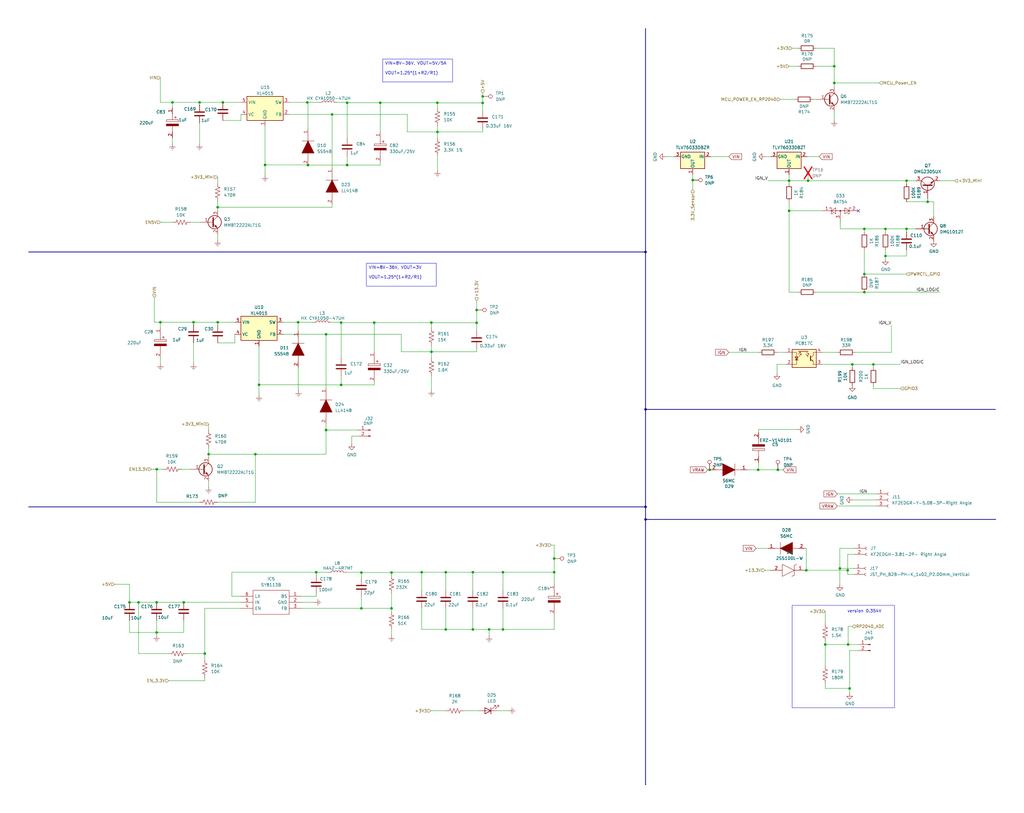
<source format=kicad_sch>
(kicad_sch (version 20231120) (generator "eeschema") (generator_version "8.0")
  (paper "User" 431.8 342.9)
  (junction (at 77.47 254))
  (junction (at 87.9567 191.5238))
  (junction (at 109.22 162.2591))
  (junction (at 66.04 266.7))
  (junction (at 382.27 96.52))
  (junction (at 272.2111 219.027))
  (junction (at 81.6019 135.89))
  (junction (at 299.2142 198.12))
  (junction (at 133.35 241.3))
  (junction (at 272.2111 172.6156))
  (junction (at 66.04 254))
  (junction (at 200.9867 136.109))
  (junction (at 212.09 265.43))
  (junction (at 84.1419 43.18))
  (junction (at 160.3467 43.3232))
  (junction (at 181.9367 148.3438))
  (junction (at 129.5952 43.18))
  (junction (at 272.2111 106.2507))
  (junction (at 91.7921 135.89))
  (junction (at 351.79 34.9836))
  (junction (at 332.74 76.2))
  (junction (at 137.4867 181.3307))
  (junction (at 357.6299 271.78))
  (junction (at 364.49 96.52))
  (junction (at 373.38 96.52))
  (junction (at 72.7125 43.18))
  (junction (at 184.4767 55.6338))
  (junction (at 212.09 241.3))
  (junction (at 373.38 107.95))
  (junction (at 347.98 271.78))
  (junction (at 292.1 75.9559))
  (junction (at 351.79 27.94))
  (junction (at 203.5267 40.6677))
  (junction (at 137.4867 140.97))
  (junction (at 354.1571 239.698))
  (junction (at 111.76 69.5491))
  (junction (at 107.7044 191.5238))
  (junction (at 165.1 241.4213))
  (junction (at 364.49 115.57))
  (junction (at 152.4 241.4213))
  (junction (at 357.4474 240.4977))
  (junction (at 391.16 85.09))
  (junction (at 129.8667 69.6038))
  (junction (at 340.0248 240.4977))
  (junction (at 206.248 265.43))
  (junction (at 177.8 241.3))
  (junction (at 200.9867 130.7165))
  (junction (at 340.7506 76.2))
  (junction (at 233.68 241.3))
  (junction (at 364.49 123.19))
  (junction (at 358.2651 290.3061))
  (junction (at 143.8367 162.3138))
  (junction (at 187.96 265.43))
  (junction (at 66.0848 197.8738))
  (junction (at 91.7667 87.3838))
  (junction (at 152.4 256.54))
  (junction (at 146.3767 43.3232))
  (junction (at 140.0267 48.26))
  (junction (at 199.39 241.3))
  (junction (at 67.6367 135.89))
  (junction (at 54.61 254))
  (junction (at 328.0106 198.12))
  (junction (at 157.8067 136.0332))
  (junction (at 181.8942 136.0332))
  (junction (at 143.8367 136.0332))
  (junction (at 382.27 76.2))
  (junction (at 93.98 43.18))
  (junction (at 86.36 275.59))
  (junction (at 368.3 153.67))
  (junction (at 58.42 254))
  (junction (at 272.2111 213.7291))
  (junction (at 359.41 153.67))
  (junction (at 125.6954 135.89))
  (junction (at 203.5267 43.399))
  (junction (at 332.74 88.9))
  (junction (at 165.1 256.54))
  (junction (at 187.96 241.3))
  (junction (at 146.3767 69.6038))
  (junction (at 184.4342 43.3232))
  (junction (at 233.68 235.5096))
  (junction (at 199.39 265.43))
  (junction (at 319.7028 198.12))
  (no_connect (at 361.95 88.9))
  (wire (pts (xy 81.6019 135.89) (xy 91.7921 135.89)))
  (wire (pts (xy 86.36 275.59) (xy 86.36 278.13)))
  (wire (pts (xy 140.0267 87.3838) (xy 140.0267 86.1138)))
  (wire (pts (xy 91.7667 88.6167) (xy 91.7825 88.6167)))
  (wire (pts (xy 177.8 241.3) (xy 165.1 241.3)))
  (wire (pts (xy 129.8667 54.3638) (xy 129.8667 43.18)))
  (wire (pts (xy 375.92 148.59) (xy 360.68 148.59)))
  (wire (pts (xy 181.61 299.72) (xy 187.96 299.72)))
  (wire (pts (xy 137.4867 178.8238) (xy 137.4867 181.3307)))
  (wire (pts (xy 97.79 251.46) (xy 97.79 241.3)))
  (wire (pts (xy 143.8367 158.5038) (xy 143.8367 162.3138)))
  (wire (pts (xy 344.17 20.32) (xy 351.79 20.32)))
  (wire (pts (xy 133.35 241.3) (xy 133.35 242.57)))
  (wire (pts (xy 58.42 254) (xy 66.04 254)))
  (wire (pts (xy 332.74 76.2) (xy 340.7506 76.2)))
  (wire (pts (xy 111.76 69.5491) (xy 111.76 73.1676)))
  (wire (pts (xy 169.2367 148.3438) (xy 181.9367 148.3438)))
  (wire (pts (xy 203.5267 40.6677) (xy 203.5267 43.399)))
  (wire (pts (xy 368.3 154.94) (xy 368.3 153.67)))
  (wire (pts (xy 344.17 123.19) (xy 364.49 123.19)))
  (wire (pts (xy 319.868 195.0702) (xy 319.868 197.9548)))
  (wire (pts (xy 203.5267 43.399) (xy 203.5267 46.7438)))
  (wire (pts (xy 157.8067 162.3138) (xy 143.8367 162.3138)))
  (wire (pts (xy 165.1 241.3) (xy 165.1 241.4213)))
  (bus (pts (xy 272.2111 172.6156) (xy 419.7618 172.6156)))
  (wire (pts (xy 81.6019 137.16) (xy 81.6067 137.16)))
  (wire (pts (xy 357.4474 240.4977) (xy 357.4474 242.238)))
  (wire (pts (xy 54.61 266.7) (xy 66.04 266.7)))
  (wire (pts (xy 280.67 66.04) (xy 284.48 66.04)))
  (wire (pts (xy 80.3367 93.6967) (xy 80.3367 93.7338)))
  (wire (pts (xy 109.22 162.2591) (xy 109.22 165.8776)))
  (wire (pts (xy 91.7667 101.3538) (xy 91.7667 98.7767)))
  (wire (pts (xy 299.2142 198.12) (xy 299.72 198.12)))
  (wire (pts (xy 357.6299 264.16) (xy 357.6299 271.78)))
  (wire (pts (xy 137.4867 181.3307) (xy 151.13 181.3307)))
  (wire (pts (xy 111.76 53.34) (xy 111.76 69.5491)))
  (wire (pts (xy 199.39 256.54) (xy 199.39 265.43)))
  (wire (pts (xy 199.39 265.43) (xy 206.248 265.43)))
  (wire (pts (xy 351.79 20.32) (xy 351.79 27.94)))
  (wire (pts (xy 87.9542 191.5238) (xy 87.9542 192.835)))
  (wire (pts (xy 322.4983 240.462) (xy 322.4983 240.4977)))
  (wire (pts (xy 75.2542 197.915) (xy 75.2542 197.8738)))
  (wire (pts (xy 360.0575 242.238) (xy 357.4474 242.238)))
  (wire (pts (xy 195.58 299.72) (xy 201.93 299.72)))
  (wire (pts (xy 66.04 267.97) (xy 66.04 266.7)))
  (wire (pts (xy 346.71 148.59) (xy 353.06 148.59)))
  (wire (pts (xy 143.51 136.0332) (xy 143.8367 136.0332)))
  (wire (pts (xy 382.27 96.52) (xy 373.38 96.52)))
  (wire (pts (xy 143.8367 136.0332) (xy 157.8067 136.0332)))
  (wire (pts (xy 160.3467 55.6338) (xy 160.3467 43.3232)))
  (wire (pts (xy 91.7667 98.7767) (xy 91.7825 98.7767)))
  (wire (pts (xy 206.248 265.43) (xy 206.248 268.224)))
  (wire (pts (xy 84.1419 43.18) (xy 93.98 43.18)))
  (wire (pts (xy 199.39 241.3) (xy 187.96 241.3)))
  (wire (pts (xy 332.74 85.09) (xy 332.74 88.9)))
  (wire (pts (xy 165.1 257.81) (xy 165.1 256.54)))
  (wire (pts (xy 233.68 259.08) (xy 233.68 265.43)))
  (wire (pts (xy 132.0501 135.89) (xy 132.0501 135.8854)))
  (wire (pts (xy 121.92 43.18) (xy 129.5952 43.18)))
  (bus (pts (xy 12.0996 213.7291) (xy 272.2111 213.7291)))
  (wire (pts (xy 87.9567 178.8238) (xy 87.9567 181.3638)))
  (wire (pts (xy 66.04 254) (xy 77.47 254)))
  (wire (pts (xy 157.8067 161.0438) (xy 157.8067 162.3138)))
  (wire (pts (xy 209.55 299.72) (xy 214.63 299.72)))
  (wire (pts (xy 67.6367 138.1838) (xy 67.6367 135.89)))
  (wire (pts (xy 364.49 105.41) (xy 364.49 115.57)))
  (wire (pts (xy 87.9567 191.5238) (xy 107.7044 191.5238)))
  (wire (pts (xy 330.2 198.12) (xy 328.0106 198.12)))
  (wire (pts (xy 140.0267 48.26) (xy 140.0267 70.8738)))
  (wire (pts (xy 67.6367 135.89) (xy 81.6019 135.89)))
  (bus (pts (xy 12.0738 106.2507) (xy 272.2111 106.2507)))
  (wire (pts (xy 137.4867 181.3307) (xy 137.4867 191.5238)))
  (wire (pts (xy 54.61 261.62) (xy 54.61 266.7)))
  (wire (pts (xy 347.98 257.81) (xy 347.98 262.89)))
  (wire (pts (xy 332.74 76.2) (xy 332.74 77.47)))
  (wire (pts (xy 91.7667 74.6838) (xy 91.7667 77.2238)))
  (wire (pts (xy 101.6 251.46) (xy 97.79 251.46)))
  (wire (pts (xy 109.22 146.05) (xy 109.22 162.2591)))
  (wire (pts (xy 101.6 256.54) (xy 86.36 256.54)))
  (wire (pts (xy 133.35 241.3) (xy 138.43 241.3)))
  (wire (pts (xy 67.6367 93.7338) (xy 72.7167 93.7338)))
  (wire (pts (xy 382.27 105.41) (xy 382.27 107.95)))
  (wire (pts (xy 181.9367 148.3438) (xy 181.9367 150.8838)))
  (wire (pts (xy 137.4867 140.97) (xy 169.2367 140.97)))
  (wire (pts (xy 177.8 241.3) (xy 177.8 248.92)))
  (wire (pts (xy 187.96 241.3) (xy 177.8 241.3)))
  (wire (pts (xy 382.27 85.09) (xy 391.16 85.09)))
  (wire (pts (xy 331.47 153.67) (xy 327.66 153.67)))
  (bus (pts (xy 272.2111 219.027) (xy 419.7618 219.027)))
  (wire (pts (xy 347.98 290.3061) (xy 358.2651 290.3061)))
  (wire (pts (xy 157.8067 148.3438) (xy 157.8067 136.0332)))
  (wire (pts (xy 332.74 73.66) (xy 332.74 76.2)))
  (wire (pts (xy 332.74 27.94) (xy 336.55 27.94)))
  (wire (pts (xy 292.1 75.9559) (xy 292.1 73.66)))
  (wire (pts (xy 368.3 153.67) (xy 379.73 153.67)))
  (wire (pts (xy 65.0967 125.4838) (xy 65.0967 135.89)))
  (wire (pts (xy 212.09 256.54) (xy 212.09 265.43)))
  (wire (pts (xy 86.36 287.02) (xy 86.36 285.75)))
  (wire (pts (xy 171.7767 55.6338) (xy 184.4767 55.6338)))
  (wire (pts (xy 212.09 241.3) (xy 212.09 248.92)))
  (wire (pts (xy 78.74 275.59) (xy 86.36 275.59)))
  (wire (pts (xy 368.3 163.83) (xy 368.3 162.56)))
  (wire (pts (xy 165.1 250.19) (xy 165.1 256.54)))
  (wire (pts (xy 351.79 34.9836) (xy 351.79 36.83)))
  (wire (pts (xy 129.8667 69.5491) (xy 129.8667 69.6038)))
  (wire (pts (xy 307.34 148.59) (xy 320.04 148.59)))
  (wire (pts (xy 146.05 43.3232) (xy 146.3767 43.3232)))
  (wire (pts (xy 67.6367 150.8838) (xy 67.6367 153.4238)))
  (wire (pts (xy 354.1571 231.2377) (xy 354.1571 239.698)))
  (wire (pts (xy 93.98 50.8) (xy 101.6 50.8)))
  (wire (pts (xy 148.336 183.896) (xy 148.336 187.198)))
  (wire (pts (xy 319.868 197.9548) (xy 319.7028 198.12)))
  (wire (pts (xy 373.38 107.95) (xy 373.38 109.22)))
  (wire (pts (xy 151.13 183.896) (xy 148.336 183.896)))
  (wire (pts (xy 184.4767 55.6338) (xy 184.4767 58.1738)))
  (wire (pts (xy 200.9867 136.109) (xy 200.9867 139.4538)))
  (wire (pts (xy 327.66 148.59) (xy 331.47 148.59)))
  (wire (pts (xy 184.4342 43.3232) (xy 184.4767 43.3232)))
  (wire (pts (xy 87.9542 205.4938) (xy 87.9567 205.4938)))
  (wire (pts (xy 212.09 241.3) (xy 199.39 241.3)))
  (wire (pts (xy 72.7125 58.1395) (xy 72.7125 60.7138)))
  (wire (pts (xy 357.4474 233.7777) (xy 357.4474 240.4977)))
  (wire (pts (xy 319.7028 198.12) (xy 328.0106 198.12)))
  (wire (pts (xy 299.72 66.04) (xy 307.34 66.04)))
  (bus (pts (xy 272.2111 106.2507) (xy 272.2111 172.6156)))
  (wire (pts (xy 184.4767 53.0938) (xy 184.4767 55.6338)))
  (wire (pts (xy 81.6067 137.16) (xy 81.6067 136.9138)))
  (wire (pts (xy 332.74 88.9) (xy 332.74 123.19)))
  (wire (pts (xy 181.9367 148.3438) (xy 200.9867 148.3438)))
  (wire (pts (xy 298.45 198.12) (xy 299.2142 198.12)))
  (wire (pts (xy 87.9567 188.9838) (xy 87.9567 191.5238)))
  (wire (pts (xy 146.3767 65.7938) (xy 146.3767 69.6038)))
  (wire (pts (xy 129.8667 43.18) (xy 129.5952 43.18)))
  (wire (pts (xy 63.8267 197.8738) (xy 66.0848 197.8738)))
  (wire (pts (xy 109.22 162.2591) (xy 127.3267 162.2591)))
  (wire (pts (xy 233.68 229.87) (xy 233.68 235.5096)))
  (wire (pts (xy 360.0575 239.698) (xy 354.1571 239.698)))
  (wire (pts (xy 146.3767 43.3232) (xy 160.3467 43.3232)))
  (wire (pts (xy 54.61 254) (xy 58.42 254)))
  (wire (pts (xy 340.0248 231.2472) (xy 340.0248 240.4977)))
  (wire (pts (xy 65.0967 135.89) (xy 67.6367 135.89)))
  (wire (pts (xy 358.2651 290.3061) (xy 358.2651 292.3085)))
  (wire (pts (xy 396.24 76.2) (xy 402.59 76.2)))
  (wire (pts (xy 351.79 27.94) (xy 344.17 27.94)))
  (wire (pts (xy 354.1571 239.698) (xy 354.1571 246.5382)))
  (wire (pts (xy 101.6 50.8) (xy 101.6 48.26)))
  (wire (pts (xy 373.38 107.95) (xy 382.27 107.95)))
  (wire (pts (xy 77.47 254) (xy 101.6 254)))
  (wire (pts (xy 181.9367 138.1838) (xy 181.9367 136.0332)))
  (wire (pts (xy 152.4 241.3) (xy 152.4 241.4213)))
  (wire (pts (xy 334.01 20.32) (xy 336.55 20.32)))
  (wire (pts (xy 48.26 246.38) (xy 54.61 246.38)))
  (wire (pts (xy 181.9367 145.8038) (xy 181.9367 148.3438)))
  (wire (pts (xy 396.24 123.19) (xy 364.49 123.19)))
  (wire (pts (xy 111.76 69.5491) (xy 129.8667 69.5491)))
  (wire (pts (xy 160.3467 43.3232) (xy 184.4342 43.3232)))
  (wire (pts (xy 125.73 154.94) (xy 125.73 164.7013)))
  (wire (pts (xy 233.68 246.38) (xy 233.68 241.3)))
  (wire (pts (xy 199.39 241.3) (xy 199.39 248.92)))
  (wire (pts (xy 373.38 96.52) (xy 373.38 97.79)))
  (wire (pts (xy 200.9867 126.7538) (xy 200.9867 130.7165)))
  (wire (pts (xy 332.74 88.9) (xy 346.71 88.9)))
  (wire (pts (xy 200.9867 136.109) (xy 181.8942 136.109)))
  (wire (pts (xy 375.92 137.16) (xy 375.92 148.59)))
  (wire (pts (xy 84.1419 44.45) (xy 84.1419 43.18)))
  (bus (pts (xy 272.2111 213.7291) (xy 272.2111 219.027)))
  (wire (pts (xy 233.68 235.5096) (xy 233.68 241.3)))
  (wire (pts (xy 66.04 261.62) (xy 66.04 266.7)))
  (wire (pts (xy 359.41 153.67) (xy 359.41 154.94)))
  (wire (pts (xy 233.68 241.3) (xy 212.09 241.3)))
  (wire (pts (xy 184.4767 55.6338) (xy 203.5267 55.6338)))
  (wire (pts (xy 373.38 105.41) (xy 373.38 107.95)))
  (wire (pts (xy 119.38 140.97) (xy 137.4867 140.97)))
  (wire (pts (xy 203.5267 55.6338) (xy 203.5267 54.3638)))
  (wire (pts (xy 354.33 93.98) (xy 354.33 96.52)))
  (wire (pts (xy 187.96 241.3) (xy 187.96 248.92)))
  (wire (pts (xy 107.7044 211.7633) (xy 107.7044 191.5238)))
  (wire (pts (xy 347.98 271.78) (xy 347.98 280.67)))
  (wire (pts (xy 364.49 96.52) (xy 364.49 97.79)))
  (wire (pts (xy 127.3267 162.3138) (xy 143.8367 162.3138)))
  (wire (pts (xy 91.7667 87.3838) (xy 140.0267 87.3838)))
  (wire (pts (xy 84.1625 93.6967) (xy 80.3367 93.6967)))
  (wire (pts (xy 292.1 80.01) (xy 292.1 75.9559)))
  (wire (pts (xy 382.27 96.52) (xy 386.08 96.52)))
  (wire (pts (xy 322.4983 240.4977) (xy 324.7848 240.4977)))
  (wire (pts (xy 361.95 271.78) (xy 357.6299 271.78)))
  (wire (pts (xy 152.4 251.46) (xy 152.4 256.54)))
  (wire (pts (xy 75.2542 197.8738) (xy 76.5267 197.8738)))
  (wire (pts (xy 84.1467 44.45) (xy 84.1467 44.2038)))
  (wire (pts (xy 91.7921 144.6065) (xy 99.06 144.6065)))
  (wire (pts (xy 86.36 256.54) (xy 86.36 275.59)))
  (wire (pts (xy 160.3467 68.3338) (xy 160.3467 69.6038)))
  (wire (pts (xy 67.6367 32.7738) (xy 67.6367 43.18)))
  (wire (pts (xy 125.6954 135.89) (xy 132.0501 135.89)))
  (wire (pts (xy 354.33 96.52) (xy 364.49 96.52)))
  (wire (pts (xy 81.6067 144.5338) (xy 81.6067 153.4238)))
  (wire (pts (xy 91.7921 135.89) (xy 99.06 135.89)))
  (wire (pts (xy 151.13 181.3307) (xy 151.13 181.356)))
  (wire (pts (xy 184.4342 43.399) (xy 184.4342 43.3232)))
  (wire (pts (xy 361.95 274.32) (xy 358.2651 274.32)))
  (wire (pts (xy 360.4175 231.2377) (xy 354.1571 231.2377)))
  (wire (pts (xy 146.05 43.1754) (xy 146.05 43.3232)))
  (wire (pts (xy 66.0848 197.8738) (xy 68.9067 197.8738)))
  (wire (pts (xy 323.85 76.2) (xy 332.74 76.2)))
  (wire (pts (xy 87.9542 202.995) (xy 87.9542 205.4938)))
  (wire (pts (xy 233.68 265.43) (xy 212.09 265.43)))
  (wire (pts (xy 368.3 153.67) (xy 359.41 153.67)))
  (wire (pts (xy 71.12 287.02) (xy 86.36 287.02)))
  (wire (pts (xy 125.6954 139.7) (xy 125.73 139.7)))
  (bus (pts (xy 419.7618 219.027) (xy 419.7618 219.0275)))
  (wire (pts (xy 165.1 256.54) (xy 152.4 256.54)))
  (wire (pts (xy 160.3467 69.6038) (xy 146.3767 69.6038)))
  (wire (pts (xy 91.7921 135.89) (xy 91.7921 136.9865)))
  (wire (pts (xy 379.73 163.83) (xy 368.3 163.83)))
  (wire (pts (xy 382.27 76.2) (xy 386.08 76.2)))
  (wire (pts (xy 324.0139 231.2377) (xy 318.8165 231.2377)))
  (wire (pts (xy 109.2247 165.8776) (xy 109.2247 166.707)))
  (wire (pts (xy 187.96 265.43) (xy 199.39 265.43)))
  (wire (pts (xy 72.7125 45.4395) (xy 72.7125 43.18)))
  (wire (pts (xy 143.51 135.8854) (xy 139.6701 135.8854)))
  (wire (pts (xy 327.66 153.67) (xy 327.66 157.48)))
  (wire (pts (xy 133.35 250.19) (xy 133.35 251.46)))
  (wire (pts (xy 364.49 115.57) (xy 382.27 115.57)))
  (wire (pts (xy 319.868 181.1002) (xy 319.868 182.3702)))
  (wire (pts (xy 358.2651 274.32) (xy 358.2651 290.3061)))
  (wire (pts (xy 393.7 85.09) (xy 391.16 85.09)))
  (wire (pts (xy 66.0848 211.7633) (xy 66.0848 197.8738)))
  (wire (pts (xy 357.4474 233.7777) (xy 360.4175 233.7777)))
  (wire (pts (xy 347.98 288.29) (xy 347.98 290.3061)))
  (wire (pts (xy 203.5267 39.1238) (xy 203.5267 40.6677)))
  (wire (pts (xy 66.04 266.7) (xy 77.47 266.7)))
  (wire (pts (xy 87.9542 191.5238) (xy 87.9567 191.5238)))
  (wire (pts (xy 181.8942 136.109) (xy 181.8942 136.0332)))
  (wire (pts (xy 58.42 275.59) (xy 58.42 254)))
  (wire (pts (xy 129.5952 43.18) (xy 129.5952 43.1754)))
  (wire (pts (xy 54.61 246.38) (xy 54.61 254)))
  (wire (pts (xy 232.41 229.87) (xy 233.68 229.87)))
  (wire (pts (xy 165.1 242.57) (xy 165.1 241.4213)))
  (wire (pts (xy 125.73 164.7013) (xy 125.8771 164.7013)))
  (wire (pts (xy 146.05 43.1754) (xy 142.2101 43.1754)))
  (wire (pts (xy 84.1515 211.7633) (xy 66.0848 211.7633)))
  (wire (pts (xy 140.0267 48.26) (xy 171.7767 48.26)))
  (bus (pts (xy 272.2111 330.8199) (xy 272.3431 330.8199)))
  (wire (pts (xy 121.92 48.26) (xy 140.0267 48.26)))
  (wire (pts (xy 347.98 270.51) (xy 347.98 271.78)))
  (wire (pts (xy 165.1 241.4213) (xy 152.4 241.4213)))
  (wire (pts (xy 342.9 41.91) (xy 344.17 41.91)))
  (wire (pts (xy 353.06 208.28) (xy 369.5252 208.28)))
  (wire (pts (xy 184.4767 45.4738) (xy 184.4767 43.3232)))
  (wire (pts (xy 111.7647 73.1676) (xy 111.7647 73.997)))
  (wire (pts (xy 152.4 256.54) (xy 127 256.54)))
  (wire (pts (xy 322.58 66.04) (xy 325.12 66.04)))
  (wire (pts (xy 129.5952 43.1754) (xy 134.5901 43.1754)))
  (wire (pts (xy 157.8067 136.0332) (xy 181.8942 136.0332)))
  (wire (pts (xy 77.47 261.62) (xy 77.47 266.7)))
  (wire (pts (xy 137.4867 140.97) (xy 137.4867 163.5838)))
  (wire (pts (xy 206.248 265.43) (xy 212.09 265.43)))
  (wire (pts (xy 72.7125 60.7138) (xy 72.7167 60.7138)))
  (wire (pts (xy 324.0139 231.2472) (xy 324.0139 231.2377)))
  (wire (pts (xy 72.7125 43.18) (xy 84.1419 43.18)))
  (wire (pts (xy 382.27 97.79) (xy 382.27 96.52)))
  (wire (pts (xy 177.8 256.54) (xy 177.8 265.43)))
  (wire (pts (xy 143.8367 136.0332) (xy 143.8367 150.8838)))
  (wire (pts (xy 200.9867 148.3438) (xy 200.9867 147.0738)))
  (wire (pts (xy 359.41 210.82) (xy 369.5252 210.82)))
  (wire (pts (xy 359.41 264.16) (xy 357.6299 264.16)))
  (wire (pts (xy 99.06 144.6065) (xy 99.06 140.97)))
  (wire (pts (xy 146.3767 43.3232) (xy 146.3767 58.1738)))
  (wire (pts (xy 357.6299 271.78) (xy 347.98 271.78)))
  (wire (pts (xy 391.16 85.09) (xy 391.16 83.82)))
  (wire (pts (xy 373.38 96.52) (xy 364.49 96.52)))
  (wire (pts (xy 177.8 265.43) (xy 187.96 265.43)))
  (wire (pts (xy 129.8667 69.6038) (xy 146.3767 69.6038)))
  (wire (pts (xy 127.3267 162.2591) (xy 127.3267 162.3138)))
  (wire (pts (xy 340.36 66.04) (xy 345.44 66.04)))
  (wire (pts (xy 353.06 213.36) (xy 369.5252 213.36)))
  (wire (pts (xy 109.22 165.8776) (xy 109.2247 165.8776)))
  (bus (pts (xy 272.2111 219.027) (xy 272.2111 330.8199)))
  (wire (pts (xy 184.4767 65.7938) (xy 184.4767 71.8898)))
  (wire (pts (xy 84.1419 44.45) (xy 84.1467 44.45)))
  (wire (pts (xy 67.6367 43.18) (xy 72.7125 43.18)))
  (wire (pts (xy 351.79 34.9836) (xy 370.84 34.9836)))
  (wire (pts (xy 328.93 41.91) (xy 335.28 41.91)))
  (wire (pts (xy 187.96 256.54) (xy 187.96 265.43)))
  (bus (pts (xy 272.2111 172.6156) (xy 272.2111 213.7291)))
  (wire (pts (xy 71.12 275.59) (xy 58.42 275.59)))
  (wire (pts (xy 91.7667 87.3838) (xy 91.7667 88.6167)))
  (wire (pts (xy 200.9867 130.7165) (xy 200.9867 136.109)))
  (wire (pts (xy 169.2367 140.97) (xy 169.2367 148.3438)))
  (wire (pts (xy 203.5267 43.399) (xy 184.4342 43.399)))
  (wire (pts (xy 75.2542 197.915) (xy 80.3342 197.915)))
  (wire (pts (xy 91.7667 84.8438) (xy 91.7667 87.3838)))
  (wire (pts (xy 181.9367 158.5038) (xy 181.9367 164.5998)))
  (wire (pts (xy 81.6019 137.16) (xy 81.6019 135.89)))
  (wire (pts (xy 340.0248 240.4977) (xy 357.4474 240.4977)))
  (wire (pts (xy 351.79 27.94) (xy 351.79 34.9836)))
  (wire (pts (xy 171.7767 48.26) (xy 171.7767 55.6338)))
  (wire (pts (xy 133.35 251.46) (xy 127 251.46)))
  (wire (pts (xy 314.96 198.12) (xy 319.7028 198.12)))
  (wire (pts (xy 351.79 46.99) (xy 351.79 50.8)))
  (wire (pts (xy 146.05 241.3) (xy 152.4 241.3)))
  (wire (pts (xy 84.1467 51.8238) (xy 84.1467 60.7138)))
  (wire (pts (xy 107.7044 191.5238) (xy 137.4867 191.5238)))
  (wire (pts (xy 319.868 181.1002) (xy 336.378 181.1002)))
  (wire (pts (xy 165.1 265.43) (xy 165.1 267.97)))
  (wire (pts (xy 340.7506 76.2) (xy 382.27 76.2)))
  (wire (pts (xy 382.27 77.47) (xy 382.27 76.2)))
  (wire (pts (xy 119.38 135.89) (xy 125.6954 135.89)))
  (wire (pts (xy 127 254) (xy 132.8116 254)))
  (wire (pts (xy 359.41 153.67) (xy 346.71 153.67)))
  (wire (pts (xy 181.8942 136.0332) (xy 181.9367 136.0332)))
  (wire (pts (xy 143.51 135.8854) (xy 143.51 136.0332)))
  (wire (pts (xy 336.55 123.19) (xy 332.74 123.19)))
  (wire (pts (xy 93.98 43.18) (xy 101.6 43.18)))
  (wire (pts (xy 339.2539 231.2472) (xy 340.0248 231.2472)))
  (bus (pts (xy 272.2111 12.0238) (xy 272.2111 106.2507)))
  (wire (pts (xy 152.4 241.4213) (xy 152.4 243.84)))
  (wire (pts (xy 393.7 85.09) (xy 393.7 91.44)))
  (wire (pts (xy 111.76 73.1676) (xy 111.7647 73.1676)))
  (wire (pts (xy 97.79 241.3) (xy 133.35 241.3)))
  (wire (pts (xy 91.7715 211.7633) (xy 107.7044 211.7633)))
  (wire (pts (xy 125.6954 135.89) (xy 125.6954 139.7)))
  (rectangle (start 334.01 255.27) (end 377.19 298.45))
  (text_box "VIN=8V-36V, VOUT=3V\n\nVOUT=1.25*(1+R2/R1)" (at 154.5047 111.0058 0) (size 29.464 9.652) (effects (font (size 1.27 1.27)) (justify left top)))
  (text_box "VIN=8V-36V, VOUT=5V/5A\n\nVOUT=1.25*(1+R2/R1)" (at 161.3627 24.8998 0) (size 29.464 9.652) (effects (font (size 1.27 1.27)) (justify left top)))
  (text "version 0.354V\n" (at 364.49 257.81 0) (effects (font (size 1.27 1.27))))
  (label "IGN_LOGIC" (at 379.73 153.67 0))
  (label "IGN" (at 365.76 208.28 180))
  (label "IGN_V" (at 323.85 76.2 180))
  (label "IGN_V" (at 375.92 137.16 180))
  (label "IGN_LOGIC" (at 396.24 123.19 180))
  (label "IGN" (at 314.96 148.59 180))
  (global_label "VIN" (shape input) (at 307.34 66.04 0) (property "Intersheetrefs" "${INTERSHEET_REFS}" (effects (hide yes))))
  (global_label "IGN" (shape input) (at 353.06 208.28 180) (property "Intersheetrefs" "${INTERSHEET_REFS}" (effects (hide yes))))
  (global_label "VIN" (shape input) (at 345.44 66.04 0) (property "Intersheetrefs" "${INTERSHEET_REFS}" (effects (hide yes))))
  (global_label "VRAW" (shape input) (at 353.06 213.36 180) (property "Intersheetrefs" "${INTERSHEET_REFS}" (effects (hide yes))))
  (global_label "VIN" (shape input) (at 318.8165 231.2377 180) (property "Intersheetrefs" "${INTERSHEET_REFS}" (effects (hide yes))))
  (global_label "VRAW" (shape input) (at 298.45 198.12 180) (property "Intersheetrefs" "${INTERSHEET_REFS}" (effects (hide yes))))
  (global_label "VIN" (shape input) (at 330.2 198.12 0) (property "Intersheetrefs" "${INTERSHEET_REFS}" (effects (hide yes))))
  (global_label "IGN" (shape input) (at 307.34 148.59 180) (property "Intersheetrefs" "${INTERSHEET_REFS}" (effects (hide yes))))
  (hierarchical_label "EN5V" (shape input) (at 67.6367 93.7338 180))
  (hierarchical_label "+3V3" (shape input) (at 334.01 20.32 180))
  (hierarchical_label "RP2040_ADC" (shape input) (at 359.41 264.16 0))
  (hierarchical_label "+5V" (shape input) (at 203.5267 39.1238 90))
  (hierarchical_label "GPIO3" (shape input) (at 379.73 163.83 0))
  (hierarchical_label "VIN" (shape input) (at 65.0967 125.4838 90))
  (hierarchical_label "EN_3.3V" (shape input) (at 71.12 287.02 180))
  (hierarchical_label "EN13.3V" (shape input) (at 63.8267 197.8738 180))
  (hierarchical_label "MCU_Power_EN" (shape input) (at 370.84 34.9836 0))
  (hierarchical_label "+3V3_Mini" (shape input) (at 91.7667 74.6838 180))
  (hierarchical_label "+3V3_Mini" (shape input) (at 87.9567 178.8238 180))
  (hierarchical_label "PWRCTL_GPIO" (shape input) (at 382.27 115.57 0))
  (hierarchical_label "+3V3" (shape input) (at 347.98 257.81 180))
  (hierarchical_label "+13.3V" (shape input) (at 200.9867 126.7538 90))
  (hierarchical_label "VIN" (shape input) (at 67.6367 32.7738 180))
  (hierarchical_label "+3V3" (shape input) (at 181.61 299.72 180))
  (hierarchical_label "+3V3" (shape input) (at 232.41 229.87 180))
  (hierarchical_label "+3V3_Mini" (shape input) (at 402.59 76.2 0))
  (hierarchical_label "+5V" (shape input) (at 332.74 27.94 180))
  (hierarchical_label "+13.3V" (shape input) (at 322.4983 240.462 180))
  (hierarchical_label "3.3V_Sensor" (shape input) (at 292.1 80.01 270))
  (hierarchical_label "+5V" (shape input) (at 48.26 246.38 180))
  (hierarchical_label "MCU_POWER_EN_RP2040" (shape input) (at 328.93 41.91 180))
  (symbol (lib_id "Device:R_US") (at 181.9367 154.6938 0) (unit 1)
    (property "Reference" "R162" (at 184.4767 153.4237 0) (effects (justify left)))
    (property "Value" "1.6K" (at 184.4767 155.9637 0) (effects (justify left)))
    (property "Footprint" "Resistor_SMD:R_0603_1608Metric" (effects (hide yes)))
    (property "Description" "Resistor, US symbol" (effects (hide yes)))
    (property "MPN" "0603WAF1601T5E" (effects (hide yes)))
  )
  (symbol (lib_id "Device:R") (at 323.85 148.59 270) (unit 1)
    (property "Reference" "R197" (at 323.85 143.3322 90))
    (property "Value" "3.3K" (at 323.85 145.6436 90))
    (property "Footprint" "Resistor_SMD:R_0603_1608Metric" (effects (hide yes)))
    (property "MPN" "0603WAF3301T5E" (effects (hide yes)))
  )
  (symbol (lib_id "power:GND") (at 280.67 66.04 270) (unit 1)
    (property "Reference" "#PWR0125" (effects (hide yes)))
    (property "Value" "GND" (at 276.2758 66.167 0))
  )
  (symbol (lib_id "Device:L") (at 135.8601 135.8854 90) (unit 1)
    (property "Reference" "L3" (at 135.8601 132.0754 90))
    (property "Value" "HX CYA1050-47UH" (at 136.0742 134.1794 90))
    (property "Footprint" "CYA1050-47UH:L_Bourns_SRR1208_12.7x12.7mm" (effects (hide yes)))
    (property "MPN" "HX CYA1050-47UH" (effects (hide yes)))
  )
  (symbol (lib_id "SS54B:SS54B") (at 129.8667 54.3638 270) (unit 1)
    (property "Reference" "D10" (at 133.6767 61.3488 90) (effects (justify left)))
    (property "Value" "SS54B" (at 133.6767 63.8888 90) (effects (justify left)))
    (property "Footprint" "Library:SS54B" (effects (hide yes)))
    (property "Datasheet" "https://datasheet.datasheetarchive.com/originals/distributors/Datasheets-3/DSA-43270.pdf" (effects (hide yes)))
    (property "Description" "HY Electronic Corp SS54B, SMT Rectifier Schottky Diode, 40V 5A, 2-Pin SMB" (effects (hide yes)))
    (property "Height" "2.44" (effects (hide yes)))
    (property "Manufacturer_Name" "HY Electronic" (effects (hide yes)))
    (property "Manufacturer_Part_Number" "SS54B" (effects (hide yes)))
    (property "MPN" "SS54B" (effects (hide yes)))
  )
  (symbol (lib_id "Device:R_US") (at 181.9367 141.9938 0) (unit 1)
    (property "Reference" "R161" (at 184.4767 140.7237 0) (effects (justify left)))
    (property "Value" "15K" (at 184.4767 143.2637 0) (effects (justify left)))
    (property "Footprint" "Resistor_SMD:R_0603_1608Metric" (effects (hide yes)))
    (property "Description" "Resistor, US symbol" (effects (hide yes)))
    (property "MPN" "0603WAF1502T5E" (effects (hide yes)))
  )
  (symbol (lib_id "Device:R_US") (at 72.7167 197.8738 90) (unit 1)
    (property "Reference" "R159" (at 72.4627 192.2858 90))
    (property "Value" "10K" (at 72.4627 194.8258 90))
    (property "Footprint" "Resistor_SMD:R_0603_1608Metric" (effects (hide yes)))
    (property "Description" "Resistor, US symbol" (effects (hide yes)))
    (property "MPN" "0603WAF1002T5E" (effects (hide yes)))
  )
  (symbol (lib_id "Connector:TestPoint") (at 292.1 75.9559 270) (unit 1)
    (property "Reference" "TP6" (at 297.18 74.6858 90) (effects (justify left)))
    (property "Value" "DNP" (at 297.18 77.2258 90) (effects (justify left)))
    (property "Footprint" "TestPoint:TestPoint_Pad_1.0x1.0mm" (effects (hide yes)))
    (property "Description" "test point" (effects (hide yes)))
  )
  (symbol (lib_id "Device:C") (at 187.96 252.73 180) (unit 1)
    (property "Reference" "C181" (at 189.484 250.444 0) (effects (justify right)))
    (property "Value" "22uF" (at 188.976 255.016 0) (effects (justify right)))
    (property "Footprint" "Capacitor_SMD:C_0603_1608Metric" (effects (hide yes)))
    (property "MPN" "CL10A226MQ8NRNC" (effects (hide yes)))
  )
  (symbol (lib_id "Device:R") (at 340.36 123.19 270) (unit 1)
    (property "Reference" "R185" (at 340.36 117.9322 90))
    (property "Value" "DNP" (at 340.36 120.2436 90))
    (property "Footprint" "Resistor_SMD:R_0603_1608Metric" (effects (hide yes)))
  )
  (symbol (lib_id "Diode:BAT54AW") (at 354.33 88.9 0) (unit 1)
    (property "Reference" "D33" (at 354.33 82.55 0))
    (property "Value" "BAT54" (at 354.33 85.09 0))
    (property "Footprint" "Package_TO_SOT_SMD:SOT-23" (effects (hide yes)))
    (property "MPN" "BAT54" (effects (hide yes)))
  )
  (symbol (lib_id "power:GND") (at 358.2651 292.3085 0) (unit 1)
    (property "Reference" "#PWR0237" (effects (hide yes)))
    (property "Value" "GND" (at 358.3921 296.7027 0))
  )
  (symbol (lib_id "Device:C") (at 177.8 252.73 180) (unit 1)
    (property "Reference" "C180" (at 179.324 250.444 0) (effects (justify right)))
    (property "Value" "22uF" (at 178.816 255.016 0) (effects (justify right)))
    (property "Footprint" "Capacitor_SMD:C_0603_1608Metric" (effects (hide yes)))
    (property "MPN" "CL10A226MQ8NRNC" (effects (hide yes)))
  )
  (symbol (lib_id "Device:R_US") (at 191.77 299.72 90) (unit 1)
    (property "Reference" "R168" (at 191.77 293.37 90))
    (property "Value" "2K" (at 191.77 295.91 90))
    (property "Footprint" "Resistor_SMD:R_0603_1608Metric" (effects (hide yes)))
    (property "Description" "Resistor, US symbol" (effects (hide yes)))
    (property "MPN" "0603WAF2001T5E" (effects (hide yes)))
  )
  (symbol (lib_id "Device:C") (at 152.4 247.65 180) (unit 1)
    (property "Reference" "C179" (at 153.924 245.364 0) (effects (justify right)))
    (property "Value" "22pF" (at 153.416 249.936 0) (effects (justify right)))
    (property "Footprint" "Capacitor_SMD:C_0603_1608Metric" (effects (hide yes)))
    (property "MPN" "CL10C220JB8NNNC" (effects (hide yes)))
  )
  (symbol (lib_id "Device:C") (at 133.35 246.38 180) (unit 1)
    (property "Reference" "C178" (at 134.874 244.094 0) (effects (justify right)))
    (property "Value" "100nF" (at 134.366 248.666 0) (effects (justify right)))
    (property "Footprint" "Capacitor_SMD:C_0603_1608Metric" (effects (hide yes)))
    (property "MPN" "0603B104K500NT" (effects (hide yes)))
  )
  (symbol (lib_id "Device:C") (at 54.61 257.81 180) (unit 1)
    (property "Reference" "C175" (at 48.006 255.778 0) (effects (justify right)))
    (property "Value" "10uF" (at 42.926 260.604 0) (effects (justify right)))
    (property "Footprint" "Capacitor_SMD:C_0603_1608Metric" (effects (hide yes)))
    (property "MPN" "CL10A106MO8NQNC" (effects (hide yes)))
  )
  (symbol (lib_id "power:Earth") (at 87.9567 205.4938 0) (unit 1)
    (property "Reference" "#PWR0193" (effects (hide yes)))
    (property "Value" "Earth" (effects (hide yes)))
    (property "Description" "Power symbol creates a global label with name \"Earth\"" (effects (hide yes)))
  )
  (symbol (lib_name "GND_1") (lib_id "power:GND") (at 148.336 187.198 0) (unit 1)
    (property "Reference" "#PWR0163" (effects (hide yes)))
    (property "Value" "GND" (at 148.336 191.77 0))
    (property "Description" "Power symbol creates a global label with name \"GND\" , ground" (effects (hide yes)))
  )
  (symbol (lib_id "power:GND") (at 393.7 101.6 0) (unit 1)
    (property "Reference" "#PWR0230" (effects (hide yes)))
    (property "Value" "GND" (at 393.827 105.9942 0))
  )
  (symbol (lib_id "Device:R") (at 340.36 27.94 270) (unit 1)
    (property "Reference" "R176" (at 340.36 22.6822 90))
    (property "Value" "DNP" (at 340.36 24.9936 90))
    (property "Footprint" "Resistor_SMD:R_0603_1608Metric" (effects (hide yes)))
  )
  (symbol (lib_id "Device:C") (at 382.27 101.6 180) (unit 1)
    (property "Reference" "C110" (at 383.794 99.314 0) (effects (justify right)))
    (property "Value" "0.1uF" (at 383.286 103.886 0) (effects (justify right)))
    (property "Footprint" "Capacitor_SMD:C_0603_1608Metric" (effects (hide yes)))
  )
  (symbol (lib_id "power:GND") (at 373.38 109.22 0) (unit 1)
    (property "Reference" "#PWR0229" (effects (hide yes)))
    (property "Value" "GND" (at 373.507 113.6142 0))
  )
  (symbol (lib_id "power:Earth") (at 81.6067 153.4238 0) (unit 1)
    (property "Reference" "#PWR0192" (effects (hide yes)))
    (property "Value" "Earth" (effects (hide yes)))
    (property "Description" "Power symbol creates a global label with name \"Earth\"" (effects (hide yes)))
  )
  (symbol (lib_id "power:GND") (at 322.58 66.04 270) (unit 1)
    (property "Reference" "#PWR0142" (effects (hide yes)))
    (property "Value" "GND" (at 318.1858 66.167 0))
  )
  (symbol (lib_id "Device:R") (at 382.27 81.28 180) (unit 1)
    (property "Reference" "R189" (at 387.5278 81.28 90))
    (property "Value" "100K" (at 385.2164 81.28 90))
    (property "Footprint" "Resistor_SMD:R_0603_1608Metric" (effects (hide yes)))
    (property "MPN" "0603WAF1003T5E" (effects (hide yes)))
  )
  (symbol (lib_id "Device:L") (at 142.24 241.3 90) (unit 1)
    (property "Reference" "L8" (at 142.24 237.49 90))
    (property "Value" "HA42-4R7MT" (at 142.4541 239.594 90))
    (property "Footprint" "Pro V3:Inductor_0402_4.7uH" (effects (hide yes)))
    (property "MPN" "HA42-4R7MT" (effects (hide yes)))
  )
  (symbol (lib_id "power:GND") (at 359.41 210.82 270) (unit 1)
    (property "Reference" "#PWR0207" (effects (hide yes)))
    (property "Value" "GND" (at 355.0158 210.947 0))
  )
  (symbol (lib_id "UWT1E331MNL1GS:UWT1E331MNL1GS") (at 160.3467 55.6338 270) (unit 1)
    (property "Reference" "C82" (at 164.1567 61.3488 90) (effects (justify left)))
    (property "Value" "330uF/25V" (at 164.1567 63.8888 90) (effects (justify left)))
    (property "Footprint" "Capacitor_SMD:C_Elec_8x10.2" (effects (hide yes)))
    (property "Datasheet" "https://datasheet.lcsc.com/lcsc/2211031700_KNSCHA-RVT330UF25V167RV0055_C5246574.pdf" (effects (hide yes)))
    (property "Description" "Nichicon Aluminium Electrolytic Capacitor 330uF 25V dc 8mm WT Series, Surface Mount Electrolytic, +/-20% 8 (Dia.) x 10mm" (effects (hide yes)))
    (property "Height" "10.5" (effects (hide yes)))
    (property "Manufacturer_Name" "Nichicon" (effects (hide yes)))
    (property "Manufacturer_Part_Number" "RVT330UF25V167RV0055 " (effects (hide yes)))
    (property "MPN" "RVT1E331M0810" (effects (hide yes)))
  )
  (symbol (lib_id "Device:R_US") (at 76.5267 93.7338 90) (unit 1)
    (property "Reference" "R158" (at 76.2727 88.1458 90))
    (property "Value" "10K" (at 76.2727 90.6858 90))
    (property "Footprint" "Resistor_SMD:R_0603_1608Metric" (effects (hide yes)))
    (property "Description" "Resistor, US symbol" (effects (hide yes)))
    (property "MPN" "0603WAF1002T5E" (effects (hide yes)))
  )
  (symbol (lib_id "SS54B:SS54B") (at 314.96 198.12 180) (unit 1)
    (property "Reference" "D29" (at 307.488 205.0969 0))
    (property "Value" "S6MC" (at 307.2776 202.7126 0))
    (property "Footprint" "Diode_SMD:S6MC" (effects (hide yes)))
    (property "Datasheet" "https://www.lcsc.com/product-detail/Diodes-General-Purpose_Shandong-Jingdao-Microelectronics-S6MC_C382843.html" (effects (hide yes)))
    (property "Manufacturer_Part_Number" "SS54B" (effects (hide yes)))
    (property "Mouser Part Number" "S6MC" (effects (hide yes)))
    (property "MPN" "S6MC" (effects (hide yes)))
  )
  (symbol (lib_id "Device:R_US") (at 91.7667 81.0338 0) (unit 1)
    (property "Reference" "R157" (at 94.3067 79.7637 0) (effects (justify left)))
    (property "Value" "470R" (at 94.3067 82.3037 0) (effects (justify left)))
    (property "Footprint" "Resistor_SMD:R_0603_1608Metric" (effects (hide yes)))
    (property "Description" "Resistor, US symbol" (effects (hide yes)))
    (property "MPN" "0603WAF4700T5E" (effects (hide yes)))
  )
  (symbol (lib_id "Device:R") (at 340.36 20.32 270) (unit 1)
    (property "Reference" "R175" (at 340.36 15.0622 90))
    (property "Value" "0R" (at 340.36 17.3736 90))
    (property "Footprint" "Resistor_SMD:R_0603_1608Metric" (effects (hide yes)))
    (property "MPN" "0603WAF0000T5E" (effects (hide yes)))
  )
  (symbol (lib_id "Connector:Conn_01x02_Pin") (at 156.21 181.356 0) (mirror y) (unit 1)
    (property "Reference" "J32" (at 155.575 176.53 0))
    (property "Value" "DNP " (at 155.702 178.562 0))
    (property "Footprint" "Connector_PinHeader_2.54mm:PinHeader_1x02_P2.54mm_Vertical" (effects (hide yes)))
    (property "Description" "Generic connector, single row, 01x02, script generated" (effects (hide yes)))
  )
  (symbol (lib_id "Device:C") (at 81.6067 140.7238 180) (unit 1)
    (property "Reference" "C29" (at 75.0027 138.6918 0) (effects (justify right)))
    (property "Value" "1uF" (at 72.7167 143.2638 0) (effects (justify right)))
    (property "Footprint" "Capacitor_SMD:C_0603_1608Metric" (effects (hide yes)))
    (property "MPN" "CL10A105KB8NNNC" (effects (hide yes)))
  )
  (symbol (lib_name "UWT1H221MNL1GS_1") (lib_id "UWT1H221MNL1GS:UWT1H221MNL1GS") (at 319.868 195.0702 90) (unit 1)
    (property "Reference" "C5" (at 328.25 187.4502 90) (effects (justify left)))
    (property "Value" "ERZ-V14D101" (at 334.092 185.6722 90) (effects (justify left)))
    (property "Footprint" "Library:ERZV14D101" (effects (hide yes)))
    (property "Datasheet" "https://www.mouser.com.tr/datasheet/2/315/AWA0000C1-1141750.pdf" (effects (hide yes)))
    (property "Description" "85V 60V 100V Plugin Varistors ROHS " (effects (hide yes)))
    (property "MPN" " ERZ-V14D101" (effects (hide yes)))
  )
  (symbol (lib_id "power:Earth") (at 72.7167 60.7138 0) (unit 1)
    (property "Reference" "#PWR0143" (effects (hide yes)))
    (property "Value" "Earth" (effects (hide yes)))
    (property "Description" "Power symbol creates a global label with name \"Earth\"" (effects (hide yes)))
  )
  (symbol (lib_id "UWT1H221MNL1GS:UWT1H221MNL1GS") (at 233.68 246.38 270) (unit 1)
    (property "Reference" "C184" (at 226.822 248.158 90) (effects (justify left)))
    (property "Value" "220uF" (at 219.71 252.73 90) (effects (justify left)))
    (property "Footprint" "Capacitor_SMD:CP_Elec_6.3x7.7" (effects (hide yes)))
    (property "Datasheet" "https://datasheet.lcsc.com/lcsc/2108241130_KNSCHA-RVT220UF16V67RV0015_C2887273.pdf" (effects (hide yes)))
    (property "Description" "Capacitor lytic SMD WT Series 50V 220uF" (effects (hide yes)))
    (property "Height" "7.7" (effects (hide yes)))
    (property "Manufacturer_Part_Number" "RVT220UF16V67RV0015" (effects (hide yes)))
    (property "MPN" "RVT220UF16V67RV0015" (effects (hide yes)))
  )
  (symbol (lib_id "power:Earth") (at 109.2247 166.707 0) (mirror y) (unit 1)
    (property "Reference" "#PWR0194" (effects (hide yes)))
    (property "Value" "Earth" (effects (hide yes)))
    (property "Description" "Power symbol creates a global label with name \"Earth\"" (effects (hide yes)))
  )
  (symbol (lib_id "Connector:TestPoint") (at 328.0106 198.12 0) (unit 1)
    (property "Reference" "TP4" (at 330.3434 193.5479 0) (effects (justify left)))
    (property "Value" "DNP" (at 330.3434 196.0879 0) (effects (justify left)))
    (property "Footprint" "TestPoint:TestPoint_Pad_1.0x1.0mm" (effects (hide yes)))
    (property "Description" "test point" (effects (hide yes)))
  )
  (symbol (lib_id "Device:R") (at 373.38 101.6 180) (unit 1)
    (property "Reference" "R188" (at 378.6378 101.6 90))
    (property "Value" "100K" (at 376.3264 101.6 90))
    (property "Footprint" "Resistor_SMD:R_0603_1608Metric" (effects (hide yes)))
    (property "MPN" "0603WAF1003T5E" (effects (hide yes)))
  )
  (symbol (lib_id "Device:R_US") (at 86.36 281.94 0) (unit 1)
    (property "Reference" "R164" (at 88.9 280.6699 0) (effects (justify left)))
    (property "Value" "10K" (at 88.9 283.2099 0) (effects (justify left)))
    (property "Footprint" "Resistor_SMD:R_0603_1608Metric" (effects (hide yes)))
    (property "Description" "Resistor, US symbol" (effects (hide yes)))
    (property "MPN" "0603WAF1002T5E" (effects (hide yes)))
  )
  (symbol (lib_id "power:GND") (at 359.41 162.56 0) (unit 1)
    (property "Reference" "#PWR0248" (effects (hide yes)))
    (property "Value" "GND" (at 359.41 167.64 0))
    (property "Description" "Power symbol creates a global label with name \"GND\" , ground" (effects (hide yes)))
  )
  (symbol (lib_id "SS54B:SS54B") (at 140.0267 70.8738 270) (unit 1)
    (property "Reference" "D23" (at 143.8367 77.8588 90) (effects (justify left)))
    (property "Value" "LL4148" (at 143.8367 80.3988 90) (effects (justify left)))
    (property "Footprint" "Pro V3:LL4148" (effects (hide yes)))
    (property "Datasheet" "https://www.onsemi.com/pdf/datasheet/ll4148-d.pdf" (effects (hide yes)))
    (property "MPN" "LL4148" (effects (hide yes)))
  )
  (symbol (lib_id "Device:R_US") (at 74.93 275.59 90) (unit 1)
    (property "Reference" "R163" (at 75.184 272.288 90))
    (property "Value" "DNP" (at 74.93 278.892 90))
    (property "Footprint" "Resistor_SMD:R_0603_1608Metric" (effects (hide yes)))
    (property "Description" "Resistor, US symbol" (effects (hide yes)))
  )
  (symbol (lib_id "Device:C") (at 200.9867 143.2638 180) (unit 1)
    (property "Reference" "C174" (at 204.7967 141.9937 0) (effects (justify right)))
    (property "Value" "0.33uF 16V" (at 202.2567 145.8038 0) (effects (justify right)))
    (property "Footprint" "Capacitor_SMD:C_0603_1608Metric" (effects (hide yes)))
  )
  (symbol (lib_id "power:Earth") (at 125.8771 164.7013 0) (mirror y) (unit 1)
    (property "Reference" "#PWR0227" (effects (hide yes)))
    (property "Value" "Earth" (effects (hide yes)))
    (property "Description" "Power symbol creates a global label with name \"Earth\"" (effects (hide yes)))
  )
  (symbol (lib_id "Connector:TestPoint") (at 200.9867 130.7165 270) (unit 1)
    (property "Reference" "TP2" (at 206.4241 129.4464 90) (effects (justify left)))
    (property "Value" "DNP" (at 206.4241 131.9864 90) (effects (justify left)))
    (property "Footprint" "TestPoint:TestPoint_Pad_1.0x1.0mm" (effects (hide yes)))
    (property "Description" "test point" (effects (hide yes)))
  )
  (symbol (lib_id "power:Earth") (at 111.7647 73.997 0) (unit 1)
    (property "Reference" "#PWR040" (effects (hide yes)))
    (property "Value" "Earth" (effects (hide yes)))
    (property "Description" "Power symbol creates a global label with name \"Earth\"" (effects (hide yes)))
  )
  (symbol (lib_id "UWT1H221MNL1GS:UWT1H221MNL1GS") (at 72.7125 45.4395 270) (unit 1)
    (property "Reference" "C83" (at 65.8545 47.2175 90) (effects (justify left)))
    (property "Value" "220uF" (at 58.7425 51.7895 90) (effects (justify left)))
    (property "Footprint" "Capacitor_SMD:C_Elec_10x10.2" (effects (hide yes)))
    (property "Datasheet" "https://datasheet.lcsc.com/lcsc/2108241130_KNSCHA-RVT220UF50V67RV0021_C2887271.pdf" (effects (hide yes)))
    (property "Description" " 220uF 50V 230mA@120Hz ±20% SMD,D10xL10.2mm Aluminum Electrolytic Capacitors - SMD ROHS" (effects (hide yes)))
    (property "Height" "10.5" (effects (hide yes)))
    (property "Manufacturer_Part_Number" "RVT220UF50V67RV0021" (effects (hide yes)))
    (property "MPN" "RVT1H221M1010" (effects (hide yes)))
  )
  (symbol (lib_id "Device:C") (at 91.7921 140.7965 180) (unit 1)
    (property "Reference" "C30" (at 86.1787 138.6918 0) (effects (justify right)))
    (property "Value" "1uF" (at 82.6227 143.5178 0) (effects (justify right)))
    (property "Footprint" "Capacitor_SMD:C_0603_1608Metric" (effects (hide yes)))
    (property "MPN" "CL10A105KB8NNNC" (effects (hide yes)))
  )
  (symbol (lib_id "Connector:TestPoint") (at 340.7506 76.2 0) (unit 1) (dnp yes)
    (property "Reference" "TP16" (at 342.4379 71.6279 0) (effects (justify left)))
    (property "Value" "DNP" (at 342.4379 74.1679 0) (effects (justify left)))
    (property "Footprint" "TestPoint:TestPoint_Pad_1.0x1.0mm" (effects (hide yes)))
    (property "Description" "test point" (effects (hide yes)))
  )
  (symbol (lib_id "Connector:Conn_01x03_Socket") (at 374.6052 210.82 0) (unit 1)
    (property "Reference" "J11" (at 376.092 209.5499 0) (effects (justify left)))
    (property "Value" "KF2EDGR-Y-5.08-3P-Right Angle" (at 376.092 212.0899 0) (effects (justify left)))
    (property "Footprint" "Footprint:KF2EDGR-Y-5.08-3P-Right Angle" (effects (hide yes)))
    (property "Description" "Generic connector, single row, 01x03, script generated" (effects (hide yes)))
    (property "MPN" "KF2EDG -3P 5.08 封口 弯" (effects (hide yes)))
  )
  (symbol (lib_id "SS54B:SS54B") (at 137.4867 163.5838 270) (unit 1)
    (property "Reference" "D24" (at 141.2967 170.5688 90) (effects (justify left)))
    (property "Value" "LL4148" (at 141.2967 173.1088 90) (effects (justify left)))
    (property "Footprint" "Pro V3:LL4148" (effects (hide yes)))
    (property "Datasheet" "https://www.onsemi.com/pdf/datasheet/ll4148-d.pdf" (effects (hide yes)))
    (property "MPN" "LL4148" (effects (hide yes)))
  )
  (symbol (lib_id "Device:R") (at 364.49 119.38 180) (unit 1)
    (property "Reference" "R187" (at 369.7478 119.38 90))
    (property "Value" "DNP" (at 367.4364 119.38 90))
    (property "Footprint" "Resistor_SMD:R_0603_1608Metric" (effects (hide yes)))
  )
  (symbol (lib_id "power:Earth") (at 206.248 268.224 0) (unit 1)
    (property "Reference" "#PWR0200" (effects (hide yes)))
    (property "Value" "Earth" (effects (hide yes)))
    (property "Description" "Power symbol creates a global label with name \"Earth\"" (effects (hide yes)))
  )
  (symbol (lib_id "Device:R") (at 339.09 41.91 90) (unit 1)
    (property "Reference" "R174" (at 339.09 47.1678 90))
    (property "Value" "DNP" (at 339.09 44.8564 90))
    (property "Footprint" "Resistor_SMD:R_0603_1608Metric" (effects (hide yes)))
  )
  (symbol (lib_id "Device:L") (at 138.4001 43.1754 90) (unit 1)
    (property "Reference" "L2" (at 138.4001 39.3654 90))
    (property "Value" "HX CYA1050-47UH" (at 138.6142 41.4694 90))
    (property "Footprint" "CYA1050-47UH:L_Bourns_SRR1208_12.7x12.7mm" (effects (hide yes)))
    (property "MPN" "HX CYA1050-47UH" (effects (hide yes)))
  )
  (symbol (lib_name "SY8113B_1") (lib_id "SY8113B:SY8113B") (at 127 251.46 0) (mirror y) (unit 1)
    (property "Reference" "IC5" (at 114.3 244.094 0))
    (property "Value" "SY8113B" (at 114.3 246.634 0))
    (property "Footprint" "Library:SY8113B" (effects (hide yes)))
    (property "Datasheet" "https://www.olimex.com/Products/Breadboarding/BB-PWR-8113/resources/SY8113.pdf" (effects (hide yes)))
    (property "Description" "High Efficiency, 500kHz, 3A, 16V Input Synchronous Step Down Regulator" (effects (hide yes)))
    (property "Height" "1" (effects (hide yes)))
    (property "Manufacturer_Name" "Silergy" (effects (hide yes)))
    (property "Manufacturer_Part_Number" "SY8113B" (effects (hide yes)))
    (property "MPN" "SY8113B" (effects (hide yes)))
  )
  (symbol (lib_id "Device:R") (at 332.74 81.28 180) (unit 1)
    (property "Reference" "R184" (at 337.9978 81.28 90))
    (property "Value" "1K" (at 335.6864 81.28 90))
    (property "Footprint" "Resistor_SMD:R_0603_1608Metric" (effects (hide yes)))
    (property "MPN" "0603WAF1001T5E" (effects (hide yes)))
  )
  (symbol (lib_id "Device:C") (at 146.3767 61.9838 180) (unit 1)
    (property "Reference" "C84" (at 150.1867 60.7137 0) (effects (justify right)))
    (property "Value" "1uF" (at 147.6467 64.5238 0) (effects (justify right)))
    (property "Footprint" "Capacitor_SMD:C_0603_1608Metric" (effects (hide yes)))
    (property "MPN" "CL10A105KB8NNNC" (effects (hide yes)))
  )
  (symbol (lib_id "Device:R") (at 364.49 101.6 180) (unit 1)
    (property "Reference" "R186" (at 369.7478 101.6 90))
    (property "Value" "1K" (at 367.4364 101.6 90))
    (property "Footprint" "Resistor_SMD:R_0603_1608Metric" (effects (hide yes)))
    (property "MPN" "0603WAF1001T5E" (effects (hide yes)))
  )
  (symbol (lib_id "power:GND") (at 354.1571 246.5382 0) (unit 1)
    (property "Reference" "#PWR071" (effects (hide yes)))
    (property "Value" "GND" (at 354.2841 250.9324 0))
  )
  (symbol (lib_id "power:Earth") (at 67.6367 153.4238 0) (unit 1)
    (property "Reference" "#PWR06" (effects (hide yes)))
    (property "Value" "Earth" (effects (hide yes)))
    (property "Description" "Power symbol creates a global label with name \"Earth\"" (effects (hide yes)))
  )
  (symbol (lib_id "Device:C") (at 212.09 252.73 180) (unit 1)
    (property "Reference" "C183" (at 213.614 250.444 0) (effects (justify right)))
    (property "Value" "0.1uF" (at 213.106 255.016 0) (effects (justify right)))
    (property "Footprint" "Capacitor_SMD:C_0603_1608Metric" (effects (hide yes)))
  )
  (symbol (lib_id "Device:R") (at 356.87 148.59 270) (unit 1)
    (property "Reference" "R198" (at 356.87 143.3322 90))
    (property "Value" "33R" (at 356.87 145.6436 90))
    (property "Footprint" "Resistor_SMD:R_0603_1608Metric" (effects (hide yes)))
    (property "MPN" "0603WAF330JT5E" (effects (hide yes)))
  )
  (symbol (lib_id "Connector:Conn_01x02_Socket") (at 365.1375 239.698 0) (unit 1)
    (property "Reference" "J17" (at 366.67 239.6979 0) (effects (justify left)))
    (property "Value" "JST_PH_B2B-PH-K_1x02_P2.00mm_Vertical" (at 366.67 242.2379 0) (effects (justify left)))
    (property "Footprint" "Connector_JST:JST_PH_B2B-PH-K_1x02_P2.00mm_Vertical" (effects (hide yes)))
    (property "Description" "Generic connector, single row, 01x02, script generated" (effects (hide yes)))
    (property "MPN" "PH2.0 2P 直针" (effects (hide yes)))
  )
  (symbol (lib_id "Device:C") (at 143.8367 154.6938 180) (unit 1)
    (property "Reference" "C172" (at 147.6467 153.4237 0) (effects (justify right)))
    (property "Value" "1uF" (at 145.1067 157.2338 0) (effects (justify right)))
    (property "Footprint" "Capacitor_SMD:C_0603_1608Metric" (effects (hide yes)))
    (property "MPN" "CL10A105KB8NNNC" (effects (hide yes)))
  )
  (symbol (lib_id "power:Earth") (at 91.7667 101.3538 0) (unit 1)
    (property "Reference" "#PWR0148" (effects (hide yes)))
    (property "Value" "Earth" (effects (hide yes)))
    (property "Description" "Power symbol creates a global label with name \"Earth\"" (effects (hide yes)))
  )
  (symbol (lib_name "BC107_1") (lib_id "Transistor_BJT:BC107") (at 391.16 78.74 90) (unit 1)
    (property "Reference" "Q7" (at 391.16 69.85 90))
    (property "Value" "DMG2305UX" (at 391.16 72.39 90))
    (property "Footprint" "Package_TO_SOT_SMD:SOT-23" (effects (hide yes)))
    (property "Datasheet" "http://www.b-kainka.de/Daten/Transistor/BC108.pdf" (effects (hide yes)))
    (property "Description" "0.1A Ic, 50V Vce, Low Noise General Purpose NPN Transistor, TO-18" (effects (hide yes)))
    (property "MPN" "DMG2305UX" (effects (hide yes)))
  )
  (symbol (lib_id "UWT1H221MNL1GS:UWT1H221MNL1GS") (at 67.6367 138.1838 270) (unit 1)
    (property "Reference" "C28" (at 60.7787 139.9618 90) (effects (justify left)))
    (property "Value" "220uF" (at 53.6667 144.5338 90) (effects (justify left)))
    (property "Footprint" "Capacitor_SMD:C_Elec_10x10.2" (effects (hide yes)))
    (property "Datasheet" "https://datasheet.lcsc.com/lcsc/2108241130_KNSCHA-RVT220UF50V67RV0021_C2887271.pdf" (effects (hide yes)))
    (property "Description" " 220uF 50V 230mA@120Hz ±20% SMD,D10xL10.2mm Aluminum Electrolytic Capacitors - SMD ROHS" (effects (hide yes)))
    (property "Height" "10.5" (effects (hide yes)))
    (property "Manufacturer_Part_Number" "RVT220UF50V67RV0021" (effects (hide yes)))
    (property "MPN" "RVT1H221M1010" (effects (hide yes)))
  )
  (symbol (lib_id "Device:R_US") (at 87.9567 185.1738 0) (unit 1)
    (property "Reference" "R160" (at 90.4967 183.9037 0) (effects (justify left)))
    (property "Value" "470R" (at 90.4967 186.4437 0) (effects (justify left)))
    (property "Footprint" "Resistor_SMD:R_0603_1608Metric" (effects (hide yes)))
    (property "Description" "Resistor, US symbol" (effects (hide yes)))
    (property "MPN" "0603WAF4700T5E" (effects (hide yes)))
  )
  (symbol (lib_id "Connector:TestPoint") (at 203.5267 40.6677 270) (unit 1)
    (property "Reference" "TP1" (at 208.9641 39.3976 90) (effects (justify left)))
    (property "Value" "DNP" (at 208.9641 41.9376 90) (effects (justify left)))
    (property "Footprint" "TestPoint:TestPoint_Pad_1.0x1.0mm" (effects (hide yes)))
    (property "Description" "test point" (effects (hide yes)))
  )
  (symbol (lib_id "Device:R") (at 368.3 158.75 0) (unit 1)
    (property "Reference" "R200" (at 363.0422 158.75 90))
    (property "Value" "1K" (at 365.3536 158.75 90))
    (property "Footprint" "Resistor_SMD:R_0603_1608Metric" (effects (hide yes)))
    (property "MPN" "0603WAF1001T5E" (effects (hide yes)))
  )
  (symbol (lib_id "Device:R_US") (at 347.98 284.48 0) (unit 1)
    (property "Reference" "R179" (at 350.52 283.2099 0) (effects (justify left)))
    (property "Value" "180R" (at 350.52 285.7499 0) (effects (justify left)))
    (property "Footprint" "Resistor_SMD:R_0603_1608Metric" (effects (hide yes)))
    (property "Description" "Resistor, US symbol" (effects (hide yes)))
    (property "MPN" "0603WAF1800T5E" (effects (hide yes)))
  )
  (symbol (lib_id "Device:R_US") (at 184.4767 61.9838 0) (unit 1)
    (property "Reference" "R156" (at 187.0167 60.7137 0) (effects (justify left)))
    (property "Value" "3.3K 1%" (at 187.0167 63.2537 0) (effects (justify left)))
    (property "Footprint" "Resistor_SMD:R_0603_1608Metric" (effects (hide yes)))
    (property "Description" "Resistor, US symbol" (effects (hide yes)))
    (property "MPN" "0603WAF3301T5E" (effects (hide yes)))
  )
  (symbol (lib_id "Device:R_US") (at 87.9615 211.7633 90) (unit 1)
    (property "Reference" "R173" (at 81.026 209.296 90))
    (property "Value" "DNP" (at 93.98 209.042 90))
    (property "Footprint" "Resistor_SMD:R_0603_1608Metric" (effects (hide yes)))
    (property "Description" "Resistor, US symbol" (effects (hide yes)))
  )
  (symbol (lib_name "LM1117-3.3_1") (lib_id "Regulator_Linear:LM1117-3.3") (at 332.74 66.04 0) (unit 1)
    (property "Reference" "U21" (at 332.74 59.69 0))
    (property "Value" "TLV76033DBZT" (at 332.74 62.23 0))
    (property "Footprint" "Package_TO_SOT_SMD:SOT-23" (effects (hide yes)))
    (property "Datasheet" "http://www.ti.com/lit/ds/symlink/lm1117.pdf" (effects (hide yes)))
    (property "MPN" "TLV76033DBZT" (effects (hide yes)))
  )
  (symbol (lib_id "Device:R") (at 359.41 158.75 0) (unit 1)
    (property "Reference" "R199" (at 354.1522 158.75 90))
    (property "Value" "10K" (at 356.4636 158.75 90))
    (property "Footprint" "Resistor_SMD:R_0603_1608Metric" (effects (hide yes)))
    (property "MPN" "0603WAF1002T5E" (effects (hide yes)))
  )
  (symbol (lib_id "Device:C") (at 84.1467 48.0138 180) (unit 1)
    (property "Reference" "C169" (at 77.5427 45.9818 0) (effects (justify right)))
    (property "Value" "1uF" (at 75.2567 50.5538 0) (effects (justify right)))
    (property "Footprint" "Capacitor_SMD:C_0603_1608Metric" (effects (hide yes)))
    (property "MPN" "CL10A105KB8NNNC" (effects (hide yes)))
  )
  (symbol (lib_id "Connector:TestPoint") (at 299.2142 198.12 0) (unit 1)
    (property "Reference" "TP5" (at 300.759 193.5479 0) (effects (justify left)))
    (property "Value" "DNP" (at 300.759 196.0879 0) (effects (justify left)))
    (property "Footprint" "TestPoint:TestPoint_Pad_1.0x1.0mm" (effects (hide yes)))
    (property "Description" "test point" (effects (hide yes)))
  )
  (symbol (lib_id "Device:R_US") (at 184.4767 49.2838 0) (unit 1)
    (property "Reference" "R155" (at 187.0167 48.0137 0) (effects (justify left)))
    (property "Value" "10K" (at 187.0167 50.5537 0) (effects (justify left)))
    (property "Footprint" "Resistor_SMD:R_0603_1608Metric" (effects (hide yes)))
    (property "Description" "Resistor, US symbol" (effects (hide yes)))
    (property "MPN" "0603WAF1002T5E" (effects (hide yes)))
  )
  (symbol (lib_id "Device:C") (at 203.5267 50.5538 180) (unit 1)
    (property "Reference" "C171" (at 207.3367 49.2837 0) (effects (justify right)))
    (property "Value" "0.33uF 16V" (at 204.7967 53.0938 0) (effects (justify right)))
    (property "Footprint" "Capacitor_SMD:C_0603_1608Metric" (effects (hide yes)))
  )
  (symbol (lib_id "Regulator_Switching:XL4015") (at 111.76 45.72 0) (unit 1)
    (property "Reference" "U15" (at 111.76 36.83 0))
    (property "Value" "XL4015" (at 111.76 39.37 0))
    (property "Footprint" "Package_TO_SOT_SMD:TO-263-5_TabPin3" (effects (hide yes)))
    (property "Datasheet" "http://www.xlsemi.net/datasheet/XL4015%20datasheet-English.pdf" (effects (hide yes)))
    (property "MPN" "XL4015" (effects (hide yes)))
  )
  (symbol (lib_name "BC107_1") (lib_id "Transistor_BJT:BC107") (at 391.16 96.52 0) (unit 1)
    (property "Reference" "Q8" (at 396.24 95.2499 0) (effects (justify left)))
    (property "Value" "DMG1012T" (at 396.24 97.7899 0) (effects (justify left)))
    (property "Footprint" "Package_TO_SOT_SMD:SOT-523" (effects (hide yes)))
    (property "Datasheet" "http://www.b-kainka.de/Daten/Transistor/BC108.pdf" (effects (hide yes)))
    (property "Description" "0.1A Ic, 50V Vce, Low Noise General Purpose NPN Transistor, TO-18" (effects (hide yes)))
    (property "MPN" "DMG1012T" (effects (hide yes)))
  )
  (symbol (lib_id "power:Earth") (at 184.4767 71.8898 0) (unit 1)
    (property "Reference" "#PWR0147" (effects (hide yes)))
    (property "Value" "Earth" (effects (hide yes)))
    (property "Description" "Power symbol creates a global label with name \"Earth\"" (effects (hide yes)))
  )
  (symbol (lib_id "UWT1E331MNL1GS:UWT1E331MNL1GS") (at 157.8067 148.3438 270) (unit 1)
    (property "Reference" "C32" (at 161.6167 154.0588 90) (effects (justify left)))
    (property "Value" "330uF/25V" (at 161.6167 156.5988 90) (effects (justify left)))
    (property "Footprint" "Capacitor_SMD:C_Elec_8x10.2" (effects (hide yes)))
    (property "Datasheet" "https://datasheet.lcsc.com/lcsc/2211031700_KNSCHA-RVT330UF25V167RV0055_C5246574.pdf" (effects (hide yes)))
    (property "Description" "Nichicon Aluminium Electrolytic Capacitor 330uF 25V dc 8mm WT Series, Surface Mount Electrolytic, +/-20% 8 (Dia.) x 10mm" (effects (hide yes)))
    (property "Height" "10.5" (effects (hide yes)))
    (property "Manufacturer_Name" "Nichicon" (effects (hide yes)))
    (property "Manufacturer_Part_Number" "RVT330UF25V167RV0055 " (effects (hide yes)))
    (property "MPN" "RVT1E331M0810" (effects (hide yes)))
  )
  (symbol (lib_id "Device:R_US") (at 347.98 266.7 0) (unit 1)
    (property "Reference" "R178" (at 350.52 265.4299 0) (effects (justify left)))
    (property "Value" "1.5K" (at 350.52 267.9699 0) (effects (justify left)))
    (property "Footprint" "Resistor_SMD:R_0603_1608Metric" (effects (hide yes)))
    (property "Description" "Resistor, US symbol" (effects (hide yes)))
    (property "MPN" "0603WAF1501T5E" (effects (hide yes)))
  )
  (symbol (lib_id "Transistor_BJT:2N3055") (at 85.4142 197.915 0) (unit 1)
    (property "Reference" "Q2" (at 91.44 196.6449 0) (effects (justify left)))
    (property "Value" "MMBT2222ALT1G" (at 91.44 199.1849 0) (effects (justify left)))
    (property "Footprint" "Pro V3:MMBT2222ALT1G" (effects (hide yes)))
    (property "Datasheet" "https://datasheet.lcsc.com/lcsc/2304140030_onsemi-MMBT2222ALT1G_C82460.pdf" (effects (hide yes)))
    (property "Description" "40V 225mW 100@150mA,10V 600mA NPN SOT-23(TO-236) Bipolar Transistors - BJT ROHS" (effects (hide yes)))
    (property "MPN" "MMBT2222A" (effects (hide yes)))
  )
  (symbol (lib_id "Transistor_BJT:2N3055") (at 89.2425 93.6967 0) (unit 1)
    (property "Reference" "Q3" (at 94.3225 92.4266 0) (effects (justify left)))
    (property "Value" "MMBT2222ALT1G" (at 94.3225 94.9666 0) (effects (justify left)))
    (property "Footprint" "Pro V3:MMBT2222ALT1G" (effects (hide yes)))
    (property "Datasheet" "https://datasheet.lcsc.com/lcsc/2304140030_onsemi-MMBT2222ALT1G_C82460.pdf" (effects (hide yes)))
    (property "Description" "40V 225mW 100@150mA,10V 600mA NPN SOT-23(TO-236) Bipolar Transistors - BJT ROHS" (effects (hide yes)))
    (property "MPN" "MMBT2222A" (effects (hide yes)))
  )
  (symbol (lib_id "SS54B:SS54B") (at 324.0139 231.2472 0) (unit 1)
    (property "Reference" "D28" (at 331.6339 223.5241 0))
    (property "Value" "S6MC" (at 331.6339 226.0641 0))
    (property "Footprint" "Diode_SMD:S6MC" (effects (hide yes)))
    (property "Datasheet" "https://www.lcsc.com/product-detail/Diodes-General-Purpose_Shandong-Jingdao-Microelectronics-S6MC_C382843.html" (effects (hide yes)))
    (property "Manufacturer_Part_Number" "SS54B" (effects (hide yes)))
    (property "Mouser Part Number" "S6MC" (effects (hide yes)))
    (property "MPN" "S6MC" (effects (hide yes)))
  )
  (symbol (lib_id "Sensor_Proximity:SFH9201") (at 339.09 151.13 0) (unit 1)
    (property "Reference" "U3" (at 339.09 142.24 0))
    (property "Value" "PC817C" (at 339.09 144.78 0))
    (property "Footprint" "Footprint:PC817" (effects (hide yes)))
    (property "MPN" "PC817C_4PIN_SMD" (effects (hide yes)))
  )
  (symbol (lib_id "Device:C") (at 66.04 257.81 180) (unit 1)
    (property "Reference" "C176" (at 59.436 255.778 0) (effects (justify right)))
    (property "Value" "10uF" (at 55.118 260.604 0) (effects (justify right)))
    (property "Footprint" "Capacitor_SMD:C_0603_1608Metric" (effects (hide yes)))
    (property "MPN" "CL10A106MO8NQNC" (effects (hide yes)))
  )
  (symbol (lib_id "SS54B:SS54B") (at 125.73 139.7 90) (mirror x) (unit 1)
    (property "Reference" "D11" (at 121.92 146.685 90) (effects (justify left)))
    (property "Value" "SS54B" (at 121.92 149.225 90) (effects (justify left)))
    (property "Footprint" "Library:SS54B" (effects (hide yes)))
    (property "Datasheet" "https://datasheet.datasheetarchive.com/originals/distributors/Datasheets-3/DSA-43270.pdf" (effects (hide yes)))
    (property "Description" "HY Electronic Corp SS54B, SMT Rectifier Schottky Diode, 40V 5A, 2-Pin SMB" (effects (hide yes)))
    (property "Height" "2.44" (effects (hide yes)))
    (property "Manufacturer_Name" "HY Electronic" (effects (hide yes)))
    (property "Manufacturer_Part_Number" "SS54B" (effects (hide yes)))
    (property "MPN" "SS54B" (effects (hide yes)))
  )
  (symbol (lib_id "Connector:Conn_01x02_Pin") (at 367.03 271.78 0) (mirror y) (unit 1)
    (property "Reference" "J41" (at 366.395 266.7 0))
    (property "Value" "DNP" (at 366.395 269.24 0))
    (property "Footprint" "Connector_PinSocket_2.54mm:PinSocket_1x02_P2.54mm_Vertical_SMD_Pin1Left" (effects (hide yes)))
    (property "Description" "Generic connector, single row, 01x02, script generated" (effects (hide yes)))
  )
  (symbol (lib_id "power:GND") (at 327.66 157.48 0) (unit 1)
    (property "Reference" "#PWR0247" (effects (hide yes)))
    (property "Value" "GND" (at 327.66 162.56 0))
    (property "Description" "Power symbol creates a global label with name \"GND\" , ground" (effects (hide yes)))
  )
  (symbol (lib_id "Device:C") (at 199.39 252.73 180) (unit 1)
    (property "Reference" "C182" (at 200.914 250.444 0) (effects (justify right)))
    (property "Value" "0.1uF" (at 200.406 255.016 0) (effects (justify right)))
    (property "Footprint" "Capacitor_SMD:C_0603_1608Metric" (effects (hide yes)))
  )
  (symbol (lib_id "power:Earth") (at 165.1 267.97 0) (unit 1)
    (property "Reference" "#PWR0199" (effects (hide yes)))
    (property "Value" "Earth" (effects (hide yes)))
    (property "Description" "Power symbol creates a global label with name \"Earth\"" (effects (hide yes)))
  )
  (symbol (lib_id "power:Earth") (at 84.1467 60.7138 0) (unit 1)
    (property "Reference" "#PWR0141" (effects (hide yes)))
    (property "Value" "Earth" (effects (hide yes)))
    (property "Description" "Power symbol creates a global label with name \"Earth\"" (effects (hide yes)))
  )
  (symbol (lib_id "Device:R_US") (at 165.1 246.38 0) (unit 1)
    (property "Reference" "R165" (at 167.64 245.1099 0) (effects (justify left)))
    (property "Value" "232K" (at 166.878 247.65 0) (effects (justify left)))
    (property "Footprint" "Resistor_SMD:R_0603_1608Metric" (effects (hide yes)))
    (property "Description" "Resistor, US symbol" (effects (hide yes)))
    (property "MPN" "FRC0603F2323TS" (effects (hide yes)))
  )
  (symbol (lib_id "Device:C") (at 77.47 257.81 180) (unit 1)
    (property "Reference" "C177" (at 70.866 255.778 0) (effects (justify right)))
    (property "Value" "10uF" (at 66.548 260.35 0) (effects (justify right)))
    (property "Footprint" "Capacitor_SMD:C_0603_1608Metric" (effects (hide yes)))
    (property "MPN" "CL10A106MO8NQNC" (effects (hide yes)))
  )
  (symbol (lib_id "Device:LED") (at 205.74 299.72 180) (unit 1)
    (property "Reference" "D25" (at 207.3275 293.116 0))
    (property "Value" "LED" (at 207.3275 295.656 0))
    (property "Footprint" "LED_SMD:LED_0603_1608Metric" (effects (hide yes)))
    (property "Description" "Light emitting diode" (effects (hide yes)))
    (property "MPN" "0603 翠绿色 LED" (effects (hide yes)))
  )
  (symbol (lib_id "Connector:TestPoint") (at 233.68 235.5096 270) (unit 1)
    (property "Reference" "TP3" (at 239.1174 234.2395 90) (effects (justify left)))
    (property "Value" "DNP" (at 239.1174 236.7795 90) (effects (justify left)))
    (property "Footprint" "TestPoint:TestPoint_Pad_1.0x1.0mm" (effects (hide yes)))
    (property "Description" "test point" (effects (hide yes)))
  )
  (symbol (lib_id "Connector:Conn_01x02_Socket") (at 365.4975 231.2377 0) (unit 1)
    (property "Reference" "J7" (at 367.03 231.2376 0) (effects (justify left)))
    (property "Value" "KF2EDGH-3.81-2P- Right Angle" (at 367.03 233.7776 0) (effects (justify left)))
    (property "Footprint" "KF2EDGH:KF2EDGH-3.81-2P" (effects (hide yes)))
    (property "Description" "Generic connector, single row, 01x02, script generated" (effects (hide yes)))
    (property "MPN" "KF2EDGV-3.81 2p 直针" (effects (hide yes)))
  )
  (symbol (lib_id "2SS100LW:2SS100L-W") (at 340.0248 240.4977 180) (unit 1)
    (property "Reference" "D4" (at 332.9128 232.8777 0))
    (property "Value" "2SS100L-W" (at 332.9128 235.4177 0))
    (property "Footprint" "2SS100L-W:2SS100LW" (effects (hide yes)))
    (property "Datasheet" "https://componentsearchengine.com/Datasheets/1/2SS100L-W.pdf" (effects (hide yes)))
    (property "Description" "Schottky Diodes & Rectifiers 100V 2A SM SCHOTTKY Barrier Rectifier" (effects (hide yes)))
    (property "Height" "1" (effects (hide yes)))
    (property "Manufacturer_Name" "Rectron" (effects (hide yes)))
    (property "Manufacturer_Part_Number" "2SS100L-W" (effects (hide yes)))
    (property "Mouser Part Number" "583-2SS100L-W" (effects (hide yes)))
    (property "Mouser Price/Stock" "https://www.mouser.co.uk/ProductDetail/Rectron/2SS100L-W?qs=5aG0NVq1C4wsv0OtzLcEnw%3D%3D" (effects (hide yes)))
    (property "Arrow Part Number" "2SS100L-W" (effects (hide yes)))
    (property "Arrow Price/Stock" "https://www.arrow.com/en/products/2ss100l-w/rectron?region=nac" (effects (hide yes)))
    (property "MPN" "2SS100L-W" (effects (hide yes)))
  )
  (symbol (lib_id "Device:C") (at 93.98 46.99 180) (unit 1)
    (property "Reference" "C170" (at 86.36 46.228 0) (effects (justify right)))
    (property "Value" "1uF" (at 84.836 50.8 0) (effects (justify right)))
    (property "Footprint" "Capacitor_SMD:C_0603_1608Metric" (effects (hide yes)))
    (property "MPN" "CL10A105KB8NNNC" (effects (hide yes)))
  )
  (symbol (lib_id "Transistor_BJT:2N3055") (at 349.25 41.91 0) (unit 1)
    (property "Reference" "Q6" (at 354.33 40.6399 0) (effects (justify left)))
    (property "Value" "MMBT2222ALT1G" (at 354.33 43.1799 0) (effects (justify left)))
    (property "Footprint" "Pro V3:MMBT2222ALT1G" (effects (hide yes)))
    (property "Datasheet" "https://datasheet.lcsc.com/lcsc/2304140030_onsemi-MMBT2222ALT1G_C82460.pdf" (effects (hide yes)))
    (property "Description" "40V 225mW 100@150mA,10V 600mA NPN SOT-23(TO-236) Bipolar Transistors - BJT ROHS" (effects (hide yes)))
    (property "MPN" "MMBT2222A" (effects (hide yes)))
  )
  (symbol (lib_id "power:Earth") (at 214.63 299.72 90) (unit 1)
    (property "Reference" "#PWR0201" (effects (hide yes)))
    (property "Value" "Earth" (effects (hide yes)))
    (property "Description" "Power symbol creates a global label with name \"Earth\"" (effects (hide yes)))
  )
  (symbol (lib_id "power:Earth") (at 351.79 50.8 0) (unit 1)
    (property "Reference" "#PWR0232" (effects (hide yes)))
    (property "Value" "Earth" (effects (hide yes)))
    (property "Description" "Power symbol creates a global label with name \"Earth\"" (effects (hide yes)))
  )
  (symbol (lib_id "power:Earth") (at 132.8116 254 90) (unit 1)
    (property "Reference" "#PWR0198" (effects (hide yes)))
    (property "Value" "Earth" (effects (hide yes)))
    (property "Description" "Power symbol creates a global label with name \"Earth\"" (effects (hide yes)))
  )
  (symbol (lib_id "Device:R_US") (at 165.1 261.62 0) (unit 1)
    (property "Reference" "R166" (at 167.64 260.3499 0) (effects (justify left)))
    (property "Value" "51K" (at 167.64 262.8899 0) (effects (justify left)))
    (property "Footprint" "Resistor_SMD:R_0603_1608Metric" (effects (hide yes)))
    (property "Description" "Resistor, US symbol" (effects (hide yes)))
    (property "MPN" "0603WAF5102T5E" (effects (hide yes)))
  )
  (symbol (lib_name "LM1117-3.3_1") (lib_id "Regulator_Linear:LM1117-3.3") (at 292.1 66.04 0) (unit 1)
    (property "Reference" "U2" (at 292.1 59.69 0))
    (property "Value" "TLV76033DBZR" (at 292.1 62.23 0))
    (property "Footprint" "Package_TO_SOT_SMD:SOT-23" (effects (hide yes)))
    (property "Datasheet" "http://www.ti.com/lit/ds/symlink/lm1117.pdf" (effects (hide yes)))
    (property "MPN" "TLV76033DBZT" (effects (hide yes)))
  )
  (symbol (lib_id "power:Earth") (at 66.04 267.97 0) (unit 1)
    (property "Reference" "#PWR0197" (effects (hide yes)))
    (property "Value" "Earth" (effects (hide yes)))
    (property "Description" "Power symbol creates a global label with name \"Earth\"" (effects (hide yes)))
  )
  (symbol (lib_id "Regulator_Switching:XL4015") (at 109.22 138.43 0) (unit 1)
    (property "Reference" "U10" (at 109.22 129.54 0))
    (property "Value" "XL4015" (at 109.22 132.08 0))
    (property "Footprint" "Package_TO_SOT_SMD:TO-263-5_TabPin3" (effects (hide yes)))
    (property "Datasheet" "http://www.xlsemi.net/datasheet/XL4015%20datasheet-English.pdf" (effects (hide yes)))
    (property "MPN" "XL4015" (effects (hide yes)))
  )
  (symbol (lib_id "power:GND") (at 336.378 181.1002 90) (unit 1)
    (property "Reference" "#PWR0238" (effects (hide yes)))
    (property "Value" "GND" (at 340.7722 180.9732 0))
  )
  (symbol (lib_id "power:Earth") (at 181.9367 164.5998 0) (unit 1)
    (property "Reference" "#PWR0195" (effects (hide yes)))
    (property "Value" "Earth" (effects (hide yes)))
    (property "Description" "Power symbol creates a global label with name \"Earth\"" (effects (hide yes)))
  )
)
</source>
